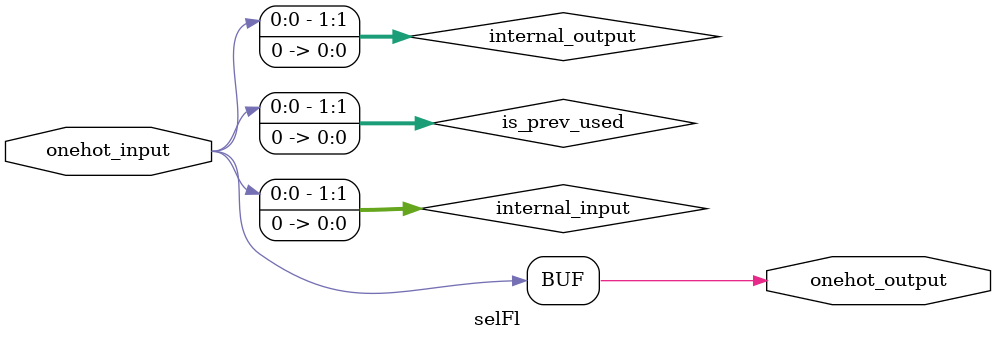
<source format=sv>
module selFl
#( 
    parameter SIZE = 1 
)
(
    input  logic[SIZE-1:0] onehot_input,
    output logic[SIZE-1:0] onehot_output                

);

    wire[SIZE+1-1:0] internal_input;
    wire[SIZE+1-1:0] is_prev_used;
    wire[SIZE+1-1:0] internal_output;

    assign internal_input     = { onehot_input , 1'b0 };
    assign is_prev_used[0]    = 1'b0;
    assign internal_output[0] = 1'b0;

    genvar i;
    for (i = 1; i <= SIZE; i++) begin
        assign is_prev_used   [i] = (  is_prev_used[i-1]  | internal_input[i] );
        assign internal_output[i] = ((~is_prev_used[i-1]) & internal_input[i] );
    end

    

    assign onehot_output = internal_output[SIZE+1-1:1];

endmodule
</source>
